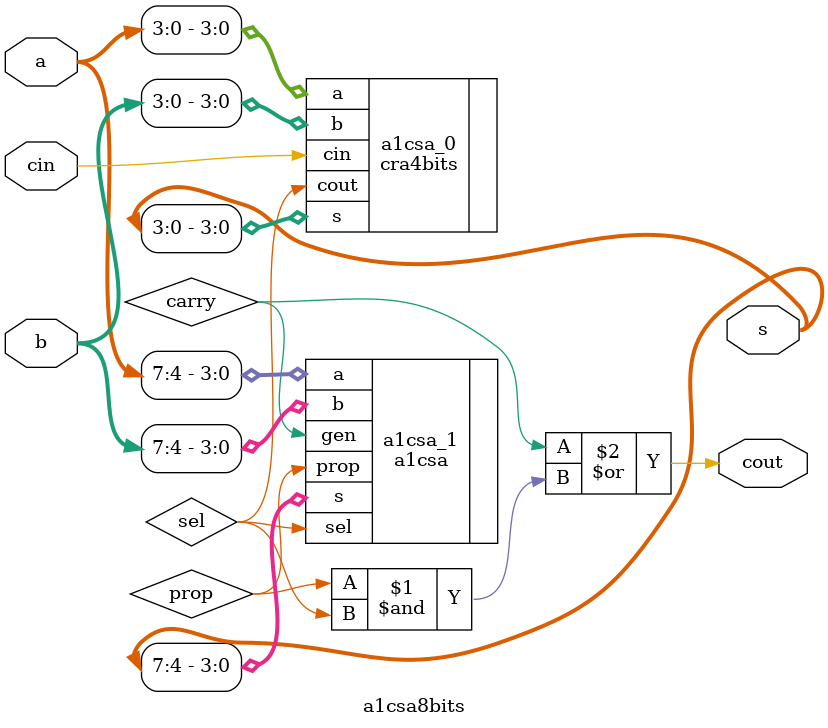
<source format=v>


// Unless required by applicable law or agreed to in writing, software
// distributed under the License is distributed on an "AS IS" BASIS,
// WITHOUT WARRANTIES OR CONDITIONS OF ANY KIND, either express or implied.
// See the License for the specific language governing permissions and
// limitations under the License.
//
//-----------------------------------------------------
// Design Name : a1csa8bits
// File Name   : a1csa8bits.v
// Function    : Add One Carry Select Adder for 8 bits
// Coder       : Jucemar Monteiro
//-----------------------------------------------------
module a1csa8bits (cin,a,b,s,cout);
	parameter n = 8;
	parameter m = 2;

	input  cin;
	input  [n-1:0] a;
	input  [n-1:0] b;
	output  [n-1:0] s;
	output  cout;

	wire [m-2:0] carry,prop,sel;

	cra4bits a1csa_0 (.cin(cin),.a(a[3:0]),.b(b[3:0]),.s(s[3:0]),.cout(sel[0]));
	a1csa a1csa_1 (.sel(sel[0]),.a(a[7:4]),.b(b[7:4]),.s(s[7:4]),.gen(carry[0])
			,.prop(prop[0]));

	assign cout  = carry[0] | (prop[0] & sel[0]);
endmodule

</source>
